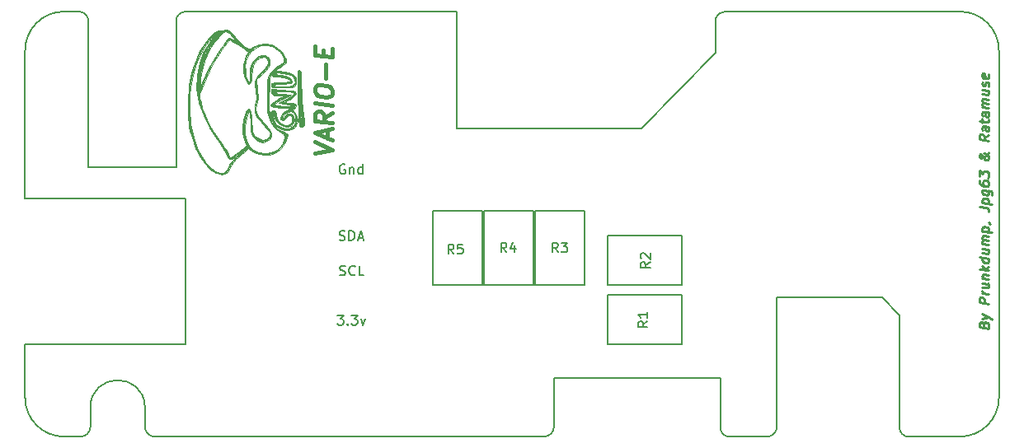
<source format=gto>
%TF.GenerationSoftware,KiCad,Pcbnew,(5.0.0)*%
%TF.CreationDate,2019-07-16T15:39:35+02:00*%
%TF.ProjectId,Gnu_Vario_E_V1.10,476E755F566172696F5F455F56312E31,V 1.10*%
%TF.SameCoordinates,Original*%
%TF.FileFunction,Legend,Top*%
%TF.FilePolarity,Positive*%
%FSLAX46Y46*%
G04 Gerber Fmt 4.6, Leading zero omitted, Abs format (unit mm)*
G04 Created by KiCad (PCBNEW (5.0.0)) date 07/16/19 15:39:35*
%MOMM*%
%LPD*%
G01*
G04 APERTURE LIST*
%ADD10C,0.250000*%
%ADD11C,0.150000*%
%ADD12C,0.450000*%
%ADD13C,0.010000*%
G04 APERTURE END LIST*
D10*
X183938571Y-98056919D02*
X183986190Y-97920014D01*
X184033809Y-97878348D01*
X184129047Y-97842633D01*
X184271904Y-97860491D01*
X184367142Y-97920014D01*
X184414761Y-97973586D01*
X184462380Y-98074776D01*
X184462380Y-98455729D01*
X183462380Y-98330729D01*
X183462380Y-97997395D01*
X183510000Y-97908110D01*
X183557619Y-97866443D01*
X183652857Y-97830729D01*
X183748095Y-97842633D01*
X183843333Y-97902157D01*
X183890952Y-97955729D01*
X183938571Y-98056919D01*
X183938571Y-98390252D01*
X183795714Y-97467633D02*
X184462380Y-97312872D01*
X183795714Y-96991443D02*
X184462380Y-97312872D01*
X184700476Y-97437872D01*
X184748095Y-97491443D01*
X184795714Y-97592633D01*
X184462380Y-95931919D02*
X183462380Y-95806919D01*
X183462380Y-95425967D01*
X183510000Y-95336681D01*
X183557619Y-95295014D01*
X183652857Y-95259300D01*
X183795714Y-95277157D01*
X183890952Y-95336681D01*
X183938571Y-95390252D01*
X183986190Y-95491443D01*
X183986190Y-95872395D01*
X184462380Y-94931919D02*
X183795714Y-94848586D01*
X183986190Y-94872395D02*
X183890952Y-94812872D01*
X183843333Y-94759300D01*
X183795714Y-94658110D01*
X183795714Y-94562872D01*
X183795714Y-93800967D02*
X184462380Y-93884300D01*
X183795714Y-94229538D02*
X184319523Y-94295014D01*
X184414761Y-94259300D01*
X184462380Y-94170014D01*
X184462380Y-94027157D01*
X184414761Y-93925967D01*
X184367142Y-93872395D01*
X183795714Y-93324776D02*
X184462380Y-93408110D01*
X183890952Y-93336681D02*
X183843333Y-93283110D01*
X183795714Y-93181919D01*
X183795714Y-93039062D01*
X183843333Y-92949776D01*
X183938571Y-92914062D01*
X184462380Y-92979538D01*
X184462380Y-92503348D02*
X183462380Y-92378348D01*
X184081428Y-92360491D02*
X184462380Y-92122395D01*
X183795714Y-92039062D02*
X184176666Y-92467633D01*
X184462380Y-91265252D02*
X183462380Y-91140252D01*
X184414761Y-91259300D02*
X184462380Y-91360491D01*
X184462380Y-91550967D01*
X184414761Y-91640252D01*
X184367142Y-91681919D01*
X184271904Y-91717633D01*
X183986190Y-91681919D01*
X183890952Y-91622395D01*
X183843333Y-91568824D01*
X183795714Y-91467633D01*
X183795714Y-91277157D01*
X183843333Y-91187872D01*
X183795714Y-90277157D02*
X184462380Y-90360491D01*
X183795714Y-90705729D02*
X184319523Y-90771205D01*
X184414761Y-90735491D01*
X184462380Y-90646205D01*
X184462380Y-90503348D01*
X184414761Y-90402157D01*
X184367142Y-90348586D01*
X184462380Y-89884300D02*
X183795714Y-89800967D01*
X183890952Y-89812872D02*
X183843333Y-89759300D01*
X183795714Y-89658110D01*
X183795714Y-89515252D01*
X183843333Y-89425967D01*
X183938571Y-89390252D01*
X184462380Y-89455729D01*
X183938571Y-89390252D02*
X183843333Y-89330729D01*
X183795714Y-89229538D01*
X183795714Y-89086681D01*
X183843333Y-88997395D01*
X183938571Y-88961681D01*
X184462380Y-89027157D01*
X183795714Y-88467633D02*
X184795714Y-88592633D01*
X183843333Y-88473586D02*
X183795714Y-88372395D01*
X183795714Y-88181919D01*
X183843333Y-88092633D01*
X183890952Y-88050967D01*
X183986190Y-88015252D01*
X184271904Y-88050967D01*
X184367142Y-88110491D01*
X184414761Y-88164062D01*
X184462380Y-88265252D01*
X184462380Y-88455729D01*
X184414761Y-88545014D01*
X184414761Y-87592633D02*
X184462380Y-87598586D01*
X184557619Y-87658110D01*
X184605238Y-87711681D01*
X183462380Y-85997395D02*
X184176666Y-86086681D01*
X184319523Y-86152157D01*
X184414761Y-86259300D01*
X184462380Y-86408110D01*
X184462380Y-86503348D01*
X183795714Y-85562872D02*
X184795714Y-85687872D01*
X183843333Y-85568824D02*
X183795714Y-85467633D01*
X183795714Y-85277157D01*
X183843333Y-85187872D01*
X183890952Y-85146205D01*
X183986190Y-85110491D01*
X184271904Y-85146205D01*
X184367142Y-85205729D01*
X184414761Y-85259300D01*
X184462380Y-85360491D01*
X184462380Y-85550967D01*
X184414761Y-85640252D01*
X183795714Y-84229538D02*
X184605238Y-84330729D01*
X184700476Y-84390252D01*
X184748095Y-84443824D01*
X184795714Y-84545014D01*
X184795714Y-84687872D01*
X184748095Y-84777157D01*
X184414761Y-84306919D02*
X184462380Y-84408110D01*
X184462380Y-84598586D01*
X184414761Y-84687872D01*
X184367142Y-84729538D01*
X184271904Y-84765252D01*
X183986190Y-84729538D01*
X183890952Y-84670014D01*
X183843333Y-84616443D01*
X183795714Y-84515252D01*
X183795714Y-84324776D01*
X183843333Y-84235491D01*
X183462380Y-83283110D02*
X183462380Y-83473586D01*
X183510000Y-83574776D01*
X183557619Y-83628348D01*
X183700476Y-83741443D01*
X183890952Y-83812872D01*
X184271904Y-83860491D01*
X184367142Y-83824776D01*
X184414761Y-83783110D01*
X184462380Y-83693824D01*
X184462380Y-83503348D01*
X184414761Y-83402157D01*
X184367142Y-83348586D01*
X184271904Y-83289062D01*
X184033809Y-83259300D01*
X183938571Y-83295014D01*
X183890952Y-83336681D01*
X183843333Y-83425967D01*
X183843333Y-83616443D01*
X183890952Y-83717633D01*
X183938571Y-83771205D01*
X184033809Y-83830729D01*
X183462380Y-82854538D02*
X183462380Y-82235491D01*
X183843333Y-82616443D01*
X183843333Y-82473586D01*
X183890952Y-82384300D01*
X183938571Y-82342633D01*
X184033809Y-82306919D01*
X184271904Y-82336681D01*
X184367142Y-82396205D01*
X184414761Y-82449776D01*
X184462380Y-82550967D01*
X184462380Y-82836681D01*
X184414761Y-82925967D01*
X184367142Y-82967633D01*
X184462380Y-80360491D02*
X184462380Y-80408110D01*
X184414761Y-80497395D01*
X184271904Y-80622395D01*
X183986190Y-80824776D01*
X183843333Y-80902157D01*
X183700476Y-80931919D01*
X183605238Y-80920014D01*
X183510000Y-80860491D01*
X183462380Y-80759300D01*
X183462380Y-80711681D01*
X183510000Y-80622395D01*
X183605238Y-80586681D01*
X183652857Y-80592633D01*
X183748095Y-80652157D01*
X183795714Y-80705729D01*
X183986190Y-81015252D01*
X184033809Y-81068824D01*
X184129047Y-81128348D01*
X184271904Y-81146205D01*
X184367142Y-81110491D01*
X184414761Y-81068824D01*
X184462380Y-80979538D01*
X184462380Y-80836681D01*
X184414761Y-80735491D01*
X184367142Y-80681919D01*
X184176666Y-80515252D01*
X184033809Y-80449776D01*
X183938571Y-80437872D01*
X184462380Y-78598586D02*
X183986190Y-78872395D01*
X184462380Y-79170014D02*
X183462380Y-79045014D01*
X183462380Y-78664062D01*
X183510000Y-78574776D01*
X183557619Y-78533110D01*
X183652857Y-78497395D01*
X183795714Y-78515252D01*
X183890952Y-78574776D01*
X183938571Y-78628348D01*
X183986190Y-78729538D01*
X183986190Y-79110491D01*
X184462380Y-77741443D02*
X183938571Y-77675967D01*
X183843333Y-77711681D01*
X183795714Y-77800967D01*
X183795714Y-77991443D01*
X183843333Y-78092633D01*
X184414761Y-77735491D02*
X184462380Y-77836681D01*
X184462380Y-78074776D01*
X184414761Y-78164062D01*
X184319523Y-78199776D01*
X184224285Y-78187872D01*
X184129047Y-78128348D01*
X184081428Y-78027157D01*
X184081428Y-77789062D01*
X184033809Y-77687872D01*
X183795714Y-77324776D02*
X183795714Y-76943824D01*
X183462380Y-77140252D02*
X184319523Y-77247395D01*
X184414761Y-77211681D01*
X184462380Y-77122395D01*
X184462380Y-77027157D01*
X184462380Y-76265252D02*
X183938571Y-76199776D01*
X183843333Y-76235491D01*
X183795714Y-76324776D01*
X183795714Y-76515252D01*
X183843333Y-76616443D01*
X184414761Y-76259300D02*
X184462380Y-76360491D01*
X184462380Y-76598586D01*
X184414761Y-76687872D01*
X184319523Y-76723586D01*
X184224285Y-76711681D01*
X184129047Y-76652157D01*
X184081428Y-76550967D01*
X184081428Y-76312872D01*
X184033809Y-76211681D01*
X184462380Y-75789062D02*
X183795714Y-75705729D01*
X183890952Y-75717633D02*
X183843333Y-75664062D01*
X183795714Y-75562872D01*
X183795714Y-75420014D01*
X183843333Y-75330729D01*
X183938571Y-75295014D01*
X184462380Y-75360491D01*
X183938571Y-75295014D02*
X183843333Y-75235491D01*
X183795714Y-75134300D01*
X183795714Y-74991443D01*
X183843333Y-74902157D01*
X183938571Y-74866443D01*
X184462380Y-74931919D01*
X183795714Y-73943824D02*
X184462380Y-74027157D01*
X183795714Y-74372395D02*
X184319523Y-74437872D01*
X184414761Y-74402157D01*
X184462380Y-74312872D01*
X184462380Y-74170014D01*
X184414761Y-74068824D01*
X184367142Y-74015252D01*
X184414761Y-73592633D02*
X184462380Y-73503348D01*
X184462380Y-73312872D01*
X184414761Y-73211681D01*
X184319523Y-73152157D01*
X184271904Y-73146205D01*
X184176666Y-73181919D01*
X184129047Y-73271205D01*
X184129047Y-73414062D01*
X184081428Y-73503348D01*
X183986190Y-73539062D01*
X183938571Y-73533110D01*
X183843333Y-73473586D01*
X183795714Y-73372395D01*
X183795714Y-73229538D01*
X183843333Y-73140252D01*
X184414761Y-72354538D02*
X184462380Y-72455729D01*
X184462380Y-72646205D01*
X184414761Y-72735491D01*
X184319523Y-72771205D01*
X183938571Y-72723586D01*
X183843333Y-72664062D01*
X183795714Y-72562872D01*
X183795714Y-72372395D01*
X183843333Y-72283110D01*
X183938571Y-72247395D01*
X184033809Y-72259300D01*
X184129047Y-72747395D01*
D11*
X162700000Y-95300000D02*
X173500000Y-95300000D01*
X162700000Y-108600000D02*
G75*
G02X161700000Y-109600000I-1000000J0D01*
G01*
X176200000Y-109600000D02*
G75*
G02X175300000Y-108700000I0J900000D01*
G01*
X175300000Y-97100000D02*
X175300000Y-108700000D01*
X173500000Y-95300000D02*
X175300000Y-97100000D01*
X162700000Y-95300000D02*
X162700000Y-108600000D01*
X157800000Y-109600000D02*
G75*
G02X156900000Y-108700000I0J900000D01*
G01*
X85500000Y-69900000D02*
X85500000Y-85100000D01*
X102000000Y-100100000D02*
X85500000Y-100100000D01*
X102000000Y-85100000D02*
X102000000Y-100100000D01*
X101000000Y-85100000D02*
X102000000Y-85100000D01*
X101000000Y-85100000D02*
X85500000Y-85100000D01*
X148800000Y-77900000D02*
X156400000Y-70100000D01*
X129800000Y-77900000D02*
X148800000Y-77900000D01*
X129800000Y-65900000D02*
X129800000Y-77900000D01*
X157800000Y-109600000D02*
X161700000Y-109600000D01*
X175700000Y-65900000D02*
X162400000Y-65900000D01*
X162400000Y-65900000D02*
X157400000Y-65900000D01*
X156402857Y-66600886D02*
G75*
G02X157400000Y-65900000I952331J-295115D01*
G01*
X156400000Y-66600000D02*
X156400000Y-70100000D01*
X98800000Y-109600000D02*
G75*
G02X97800000Y-108600000I0J1000000D01*
G01*
X92198215Y-108600000D02*
G75*
G02X91198215Y-109600000I-1000000J0D01*
G01*
X92198215Y-106600000D02*
G75*
G02X97800000Y-106500000I2801785J0D01*
G01*
X97800000Y-108600000D02*
X97800000Y-106500000D01*
X92200000Y-108600000D02*
X92198215Y-106600000D01*
X139800000Y-108600000D02*
G75*
G02X138800000Y-109600000I-1000000J0D01*
G01*
X101000000Y-66900000D02*
G75*
G02X102000000Y-65900000I1000000J0D01*
G01*
X91000000Y-65900000D02*
G75*
G02X92000000Y-66900000I0J-1000000D01*
G01*
X85500000Y-69900000D02*
G75*
G02X89500000Y-65900000I4000000J0D01*
G01*
X89500000Y-109600000D02*
G75*
G02X85500000Y-105600000I0J4000000D01*
G01*
X185500000Y-105600000D02*
G75*
G02X181500000Y-109600000I-4000000J0D01*
G01*
X181500000Y-65900000D02*
G75*
G02X185500000Y-69900000I0J-4000000D01*
G01*
X156900000Y-103600000D02*
X139800000Y-103600000D01*
X139800000Y-103600000D02*
X139800000Y-108600000D01*
X156900000Y-108700000D02*
X156900000Y-103600000D01*
X138800000Y-109600000D02*
X98800000Y-109600000D01*
X181500000Y-109600000D02*
X176200000Y-109600000D01*
X185500000Y-69900000D02*
X185500000Y-105600000D01*
X175700000Y-65900000D02*
X181500000Y-65900000D01*
X102000000Y-65900000D02*
X129800000Y-65900000D01*
X101000000Y-81900000D02*
X101000000Y-66900000D01*
X92000000Y-81900000D02*
X101000000Y-81900000D01*
X92000000Y-66900000D02*
X92000000Y-81900000D01*
X89500000Y-65900000D02*
X91000000Y-65900000D01*
X85500000Y-105600000D02*
X85500000Y-100100000D01*
X91200000Y-109600000D02*
X89500000Y-109600000D01*
D12*
X115234285Y-80461026D02*
X117034285Y-80086026D01*
X115234285Y-79261026D01*
X116520000Y-78907455D02*
X116520000Y-78050312D01*
X117034285Y-79143169D02*
X115234285Y-78318169D01*
X117034285Y-77943169D01*
X117034285Y-76314598D02*
X116177142Y-76807455D01*
X117034285Y-77343169D02*
X115234285Y-77118169D01*
X115234285Y-76432455D01*
X115320000Y-76271741D01*
X115405714Y-76196741D01*
X115577142Y-76132455D01*
X115834285Y-76164598D01*
X116005714Y-76271741D01*
X116091428Y-76368169D01*
X116177142Y-76550312D01*
X116177142Y-77236026D01*
X117034285Y-75543169D02*
X115234285Y-75318169D01*
X115234285Y-74118169D02*
X115234285Y-73775312D01*
X115320000Y-73614598D01*
X115491428Y-73464598D01*
X115834285Y-73421741D01*
X116434285Y-73496741D01*
X116777142Y-73625312D01*
X116948571Y-73818169D01*
X117034285Y-74000312D01*
X117034285Y-74343169D01*
X116948571Y-74503883D01*
X116777142Y-74653883D01*
X116434285Y-74696741D01*
X115834285Y-74621741D01*
X115491428Y-74493169D01*
X115320000Y-74300312D01*
X115234285Y-74118169D01*
X116348571Y-72714598D02*
X116348571Y-71343169D01*
X116091428Y-70453883D02*
X116091428Y-69853883D01*
X117034285Y-69714598D02*
X117034285Y-70571741D01*
X115234285Y-70346741D01*
X115234285Y-69489598D01*
D13*
G36*
X102259254Y-74695363D02*
X102278675Y-74055600D01*
X102317141Y-73541661D01*
X102381149Y-73089490D01*
X102477193Y-72635038D01*
X102590089Y-72194574D01*
X102965281Y-71037326D01*
X103431459Y-69992345D01*
X103964893Y-69104534D01*
X104541856Y-68418797D01*
X104627488Y-68339014D01*
X105058375Y-67989511D01*
X105366879Y-67831457D01*
X105521935Y-67826288D01*
X105841820Y-67822942D01*
X106011761Y-67764213D01*
X106144820Y-67731427D01*
X106306856Y-67791657D01*
X106535295Y-67972386D01*
X106867565Y-68301095D01*
X107150966Y-68600723D01*
X107642671Y-69118760D01*
X108004029Y-69466608D01*
X108272942Y-69664361D01*
X108487314Y-69732115D01*
X108685048Y-69689962D01*
X108904047Y-69557999D01*
X108926576Y-69542061D01*
X109529698Y-69255077D01*
X110178253Y-69183643D01*
X110821785Y-69308099D01*
X111409843Y-69608788D01*
X111891972Y-70066053D01*
X112217718Y-70660236D01*
X112273431Y-70846050D01*
X112298370Y-71055413D01*
X112216287Y-71219544D01*
X111980849Y-71399971D01*
X111751887Y-71538606D01*
X111146112Y-71893614D01*
X112011259Y-72053288D01*
X112641768Y-72205722D01*
X113052798Y-72402608D01*
X113278160Y-72669428D01*
X113351666Y-73031663D01*
X113352000Y-73063716D01*
X113308357Y-73366855D01*
X113153253Y-73568258D01*
X112850420Y-73683219D01*
X112363595Y-73727033D01*
X111953423Y-73722224D01*
X111953423Y-73620000D01*
X112598268Y-73571245D01*
X113020243Y-73428447D01*
X113214000Y-73196814D01*
X113174194Y-72881548D01*
X112996814Y-72604343D01*
X112796358Y-72432891D01*
X112487636Y-72320419D01*
X112002595Y-72243608D01*
X111917314Y-72234431D01*
X111450595Y-72203576D01*
X111163153Y-72216638D01*
X111072615Y-72261132D01*
X111196612Y-72324571D01*
X111552774Y-72394468D01*
X111669250Y-72410129D01*
X112291692Y-72536305D01*
X112707452Y-72727675D01*
X112897388Y-72974295D01*
X112907500Y-73053370D01*
X112882082Y-73180220D01*
X112771641Y-73259171D01*
X112524895Y-73305078D01*
X112090562Y-73332794D01*
X111919102Y-73339667D01*
X111373165Y-73381205D01*
X111076508Y-73445010D01*
X111027234Y-73515588D01*
X111223447Y-73577444D01*
X111663249Y-73615083D01*
X111953423Y-73620000D01*
X111953423Y-73722224D01*
X111795038Y-73720367D01*
X111278915Y-73696652D01*
X110966625Y-73660933D01*
X110808009Y-73599270D01*
X110752908Y-73497722D01*
X110748500Y-73429500D01*
X110770996Y-73299633D01*
X110873578Y-73223435D01*
X111108881Y-73186869D01*
X111529543Y-73175899D01*
X111701000Y-73175500D01*
X112164702Y-73159781D01*
X112518216Y-73118234D01*
X112695150Y-73059276D01*
X112702750Y-73048500D01*
X112647581Y-72889758D01*
X112393693Y-72749787D01*
X111996365Y-72648578D01*
X111510874Y-72606120D01*
X111478750Y-72605873D01*
X111025973Y-72574876D01*
X110818322Y-72485377D01*
X110803949Y-72445250D01*
X110761318Y-72414340D01*
X110693085Y-72540500D01*
X110645157Y-72780111D01*
X110602418Y-73213385D01*
X110567467Y-73780003D01*
X110542905Y-74419641D01*
X110531333Y-75071978D01*
X110535351Y-75676691D01*
X110545259Y-75969500D01*
X110568667Y-76327886D01*
X110603948Y-76463635D01*
X110666586Y-76408083D01*
X110715293Y-76313617D01*
X110902919Y-76083936D01*
X111095787Y-76083590D01*
X111245574Y-76293627D01*
X111297715Y-76542041D01*
X111444647Y-77038179D01*
X111753000Y-77390023D01*
X112178285Y-77551562D01*
X112279087Y-77557000D01*
X112688024Y-77472908D01*
X112909776Y-77236670D01*
X112922237Y-76872348D01*
X112919262Y-76860150D01*
X112772818Y-76599289D01*
X112562715Y-76565249D01*
X112352776Y-76765158D01*
X112336000Y-76795000D01*
X112156442Y-76975269D01*
X111928806Y-77045448D01*
X111748314Y-76993449D01*
X111701000Y-76875628D01*
X111784317Y-76632920D01*
X111983031Y-76350656D01*
X112220279Y-76120349D01*
X112408717Y-76033000D01*
X112571723Y-75961409D01*
X112590000Y-75906000D01*
X112472627Y-75840712D01*
X112380308Y-75827470D01*
X112380308Y-75634771D01*
X112746774Y-75633970D01*
X112996244Y-75613729D01*
X113060962Y-75572636D01*
X113060574Y-75572242D01*
X112900016Y-75515701D01*
X112567278Y-75452006D01*
X112245657Y-75408426D01*
X111510500Y-75324370D01*
X112209000Y-74965127D01*
X112769035Y-74660707D01*
X113090972Y-74437381D01*
X113171840Y-74283801D01*
X113008667Y-74188618D01*
X112598483Y-74140485D01*
X111989838Y-74128000D01*
X111418990Y-74140529D01*
X111095190Y-74174273D01*
X111019978Y-74223470D01*
X111194890Y-74282359D01*
X111621465Y-74345176D01*
X111923706Y-74375725D01*
X112780500Y-74453203D01*
X111828000Y-74950278D01*
X111371264Y-75191754D01*
X111113963Y-75344237D01*
X111029606Y-75434814D01*
X111091704Y-75490572D01*
X111256500Y-75534651D01*
X111567415Y-75583700D01*
X111964603Y-75617544D01*
X112380308Y-75634771D01*
X112380308Y-75827470D01*
X112158447Y-75795646D01*
X111708495Y-75779000D01*
X111132445Y-75743669D01*
X110800244Y-75641899D01*
X110712388Y-75480029D01*
X110869375Y-75264397D01*
X111271703Y-75001340D01*
X111633419Y-74822303D01*
X112272500Y-74529811D01*
X111542250Y-74519406D01*
X111131036Y-74506173D01*
X110912880Y-74462751D01*
X110826849Y-74360984D01*
X110812000Y-74181966D01*
X110812000Y-73854932D01*
X111986750Y-73942642D01*
X112513802Y-73991736D01*
X112944912Y-74050033D01*
X113216989Y-74108144D01*
X113273613Y-74134140D01*
X113341363Y-74335372D01*
X113180019Y-74576433D01*
X112806949Y-74835719D01*
X112640750Y-74921399D01*
X112048260Y-75207500D01*
X112667277Y-75271000D01*
X113071070Y-75338465D01*
X113276091Y-75450041D01*
X113330193Y-75565752D01*
X113267338Y-75787825D01*
X113125363Y-75862047D01*
X112970315Y-75919305D01*
X112979216Y-76013597D01*
X113161692Y-76212132D01*
X113177817Y-76228273D01*
X113424495Y-76639849D01*
X113467135Y-77124808D01*
X113303700Y-77602543D01*
X113215782Y-77730373D01*
X112859989Y-77993186D01*
X112386438Y-78089258D01*
X112182496Y-78061578D01*
X112182496Y-77915332D01*
X112652700Y-77879310D01*
X112905040Y-77760791D01*
X113119567Y-77565066D01*
X113211059Y-77290834D01*
X113225000Y-77007973D01*
X113191301Y-76634591D01*
X113107088Y-76361011D01*
X113072600Y-76312400D01*
X112786882Y-76181358D01*
X112448526Y-76221859D01*
X112147341Y-76395958D01*
X111973137Y-76665714D01*
X111958861Y-76782934D01*
X111979679Y-76909714D01*
X112061192Y-76815511D01*
X112091300Y-76764808D01*
X112309139Y-76523015D01*
X112476557Y-76406745D01*
X112755327Y-76355361D01*
X112964296Y-76489539D01*
X113087619Y-76746638D01*
X113109452Y-77064017D01*
X113013951Y-77379036D01*
X112785661Y-77628797D01*
X112366029Y-77770289D01*
X111931598Y-77697549D01*
X111533310Y-77441689D01*
X111222109Y-77033823D01*
X111061061Y-76575512D01*
X110968209Y-76096500D01*
X110953604Y-76570747D01*
X111047395Y-77059672D01*
X111322022Y-77470252D01*
X111719662Y-77767226D01*
X112182496Y-77915332D01*
X112182496Y-78061578D01*
X111868636Y-78018978D01*
X111380095Y-77782735D01*
X111297994Y-77720221D01*
X111056655Y-77528519D01*
X110991491Y-77497129D01*
X111085594Y-77621328D01*
X111129500Y-77673178D01*
X111407390Y-77910689D01*
X111793822Y-78143127D01*
X111923250Y-78203945D01*
X112244297Y-78374950D01*
X112436904Y-78540113D01*
X112461759Y-78600237D01*
X112410294Y-78798966D01*
X112278920Y-79139465D01*
X112153476Y-79422967D01*
X111794544Y-79979567D01*
X111293309Y-80371751D01*
X110605180Y-80633157D01*
X110521491Y-80654093D01*
X110149607Y-80667146D01*
X110149607Y-80476872D01*
X110779313Y-80380339D01*
X111345068Y-80119975D01*
X111785951Y-79709903D01*
X111954076Y-79423564D01*
X112131302Y-78975378D01*
X112165495Y-78681327D01*
X112040308Y-78475394D01*
X111739393Y-78291563D01*
X111664830Y-78255500D01*
X111095304Y-77856122D01*
X110875500Y-77540033D01*
X110875500Y-77303000D01*
X110939000Y-77239500D01*
X110875500Y-77176000D01*
X110812000Y-77239500D01*
X110875500Y-77303000D01*
X110875500Y-77540033D01*
X110748500Y-77357401D01*
X110748500Y-77049000D01*
X110812000Y-76985500D01*
X110748500Y-76922000D01*
X110685000Y-76985500D01*
X110748500Y-77049000D01*
X110748500Y-77357401D01*
X110688770Y-77271506D01*
X110439945Y-76501417D01*
X110379481Y-76172446D01*
X110339219Y-75856097D01*
X110317147Y-75497947D01*
X110311255Y-75043574D01*
X110319529Y-74438556D01*
X110337309Y-73724564D01*
X110390975Y-73022483D01*
X110532939Y-72483528D01*
X110800670Y-72048949D01*
X111231636Y-71659998D01*
X111863305Y-71257926D01*
X111937458Y-71215582D01*
X112050881Y-71021511D01*
X112017058Y-70704315D01*
X111856212Y-70331840D01*
X111588567Y-69971934D01*
X111557148Y-69939687D01*
X111007862Y-69548108D01*
X110400960Y-69374147D01*
X109782411Y-69403502D01*
X109198182Y-69621873D01*
X108694244Y-70014960D01*
X108316563Y-70568460D01*
X108163551Y-70995439D01*
X108106216Y-71446253D01*
X108115887Y-71984481D01*
X108183376Y-72507556D01*
X108299495Y-72912911D01*
X108342850Y-72996895D01*
X108465200Y-73093419D01*
X108553668Y-72982850D01*
X108590023Y-72711615D01*
X108570359Y-72417527D01*
X108580608Y-71862505D01*
X108740577Y-71341419D01*
X109014448Y-70894719D01*
X109366402Y-70562857D01*
X109760621Y-70386284D01*
X110161285Y-70405452D01*
X110297786Y-70466673D01*
X110519538Y-70647259D01*
X110602225Y-70908088D01*
X110605513Y-71136667D01*
X110568455Y-71426936D01*
X110449935Y-71679308D01*
X110206042Y-71964503D01*
X109924734Y-72233013D01*
X109259941Y-72844189D01*
X109347485Y-73962345D01*
X109379618Y-74703976D01*
X109345496Y-75238403D01*
X109292769Y-75451813D01*
X109205633Y-75865119D01*
X109281106Y-76282653D01*
X109535889Y-76746199D01*
X109986683Y-77297542D01*
X110064130Y-77381690D01*
X110522432Y-77926553D01*
X110768482Y-78360492D01*
X110805844Y-78706521D01*
X110638083Y-78987651D01*
X110344099Y-79188988D01*
X109916634Y-79323682D01*
X109518643Y-79237413D01*
X109100663Y-78918954D01*
X109084800Y-78903201D01*
X108860785Y-78662826D01*
X108730764Y-78446768D01*
X108668310Y-78173163D01*
X108646996Y-77760150D01*
X108644073Y-77537951D01*
X108626203Y-77041398D01*
X108587669Y-76618950D01*
X108536612Y-76358199D01*
X108533687Y-76350500D01*
X108464560Y-76246621D01*
X108388430Y-76318140D01*
X108284385Y-76594591D01*
X108225113Y-76786301D01*
X108054310Y-77659006D01*
X108066644Y-78481502D01*
X108253109Y-79211883D01*
X108604699Y-79808244D01*
X108942024Y-80121940D01*
X109516870Y-80395447D01*
X110149607Y-80476872D01*
X110149607Y-80667146D01*
X110070420Y-80669926D01*
X109525414Y-80558747D01*
X108994008Y-80348226D01*
X108740365Y-80195778D01*
X108380902Y-79939818D01*
X108040701Y-80251605D01*
X107743195Y-80522546D01*
X107368299Y-80861763D01*
X107175223Y-81035705D01*
X106863567Y-81368395D01*
X106640663Y-81703199D01*
X106578209Y-81866702D01*
X106387566Y-82318982D01*
X106036259Y-82574546D01*
X105642668Y-82637000D01*
X105504941Y-82607013D01*
X105504941Y-82502837D01*
X105894060Y-82475895D01*
X106201726Y-82247167D01*
X106374131Y-81906808D01*
X106576507Y-81511987D01*
X106882370Y-81138152D01*
X106955499Y-81072004D01*
X107248283Y-80809794D01*
X107368117Y-80667769D01*
X107310655Y-80662361D01*
X107071548Y-80810006D01*
X107014144Y-80850353D01*
X106677211Y-81058640D01*
X106562990Y-81073488D01*
X106562990Y-80963007D01*
X107398220Y-80340798D01*
X108233451Y-79718588D01*
X107988272Y-78992342D01*
X107837053Y-78378988D01*
X107818044Y-77767051D01*
X107934734Y-77077848D01*
X108098398Y-76509250D01*
X108269206Y-76098941D01*
X108430603Y-75930172D01*
X108572473Y-75990487D01*
X108684695Y-76267427D01*
X108757151Y-76748535D01*
X108780000Y-77348407D01*
X108790601Y-77862535D01*
X108835560Y-78203608D01*
X108934606Y-78452151D01*
X109107471Y-78688690D01*
X109108789Y-78690256D01*
X109477454Y-78978903D01*
X109901387Y-79089941D01*
X110301016Y-79012318D01*
X110485428Y-78881429D01*
X110637935Y-78674040D01*
X110653319Y-78453919D01*
X110515339Y-78177169D01*
X110207756Y-77799892D01*
X110003731Y-77579322D01*
X109655639Y-77195307D01*
X109365720Y-76847078D01*
X109190181Y-76602603D01*
X109178231Y-76581100D01*
X109048708Y-76104520D01*
X109073955Y-75559643D01*
X109181352Y-75213549D01*
X109254407Y-74950825D01*
X109254959Y-74594176D01*
X109182432Y-74072450D01*
X109171587Y-74010970D01*
X109092553Y-73460942D01*
X109106131Y-73055803D01*
X109240492Y-72716538D01*
X109523808Y-72364130D01*
X109884026Y-72012740D01*
X110206393Y-71688762D01*
X110369524Y-71443244D01*
X110415484Y-71199748D01*
X110408190Y-71060240D01*
X110338071Y-70751284D01*
X110170313Y-70615593D01*
X110062796Y-70592434D01*
X109602689Y-70640755D01*
X109226120Y-70907258D01*
X108952901Y-71364249D01*
X108802849Y-71984031D01*
X108780000Y-72385393D01*
X108742192Y-72858766D01*
X108641226Y-73178977D01*
X108495782Y-73313481D01*
X108324545Y-73229737D01*
X108307276Y-73208817D01*
X108058671Y-72720155D01*
X107925928Y-72093815D01*
X107914596Y-71420912D01*
X108030221Y-70792562D01*
X108143079Y-70512267D01*
X108289292Y-70209922D01*
X108363579Y-70024982D01*
X108365329Y-70000283D01*
X108254460Y-69925329D01*
X107985445Y-69741166D01*
X107609278Y-69482728D01*
X107472165Y-69388370D01*
X107063966Y-69114777D01*
X106736048Y-68908799D01*
X106543428Y-68804526D01*
X106519665Y-68798187D01*
X106411095Y-68895973D01*
X106191759Y-69155533D01*
X105898498Y-69531936D01*
X105703548Y-69793581D01*
X104783351Y-71228139D01*
X104058058Y-72742023D01*
X103822942Y-73378046D01*
X103666828Y-73801129D01*
X103523304Y-74121566D01*
X103464558Y-74209355D01*
X103464558Y-73810500D01*
X103698460Y-73152826D01*
X104397440Y-71545263D01*
X105323936Y-70025558D01*
X105497215Y-69784559D01*
X105831100Y-69332544D01*
X106114048Y-68954161D01*
X106309186Y-68698458D01*
X106372953Y-68619635D01*
X106529322Y-68616000D01*
X106797584Y-68742196D01*
X106896965Y-68807695D01*
X107319500Y-69106621D01*
X106811500Y-68509975D01*
X106514694Y-68193689D01*
X106257682Y-67975765D01*
X106119471Y-67909165D01*
X105898068Y-68007456D01*
X105588629Y-68278364D01*
X105387403Y-68501143D01*
X105387403Y-68138529D01*
X105458377Y-68107628D01*
X105594717Y-67979752D01*
X105566749Y-67906237D01*
X105548995Y-67905000D01*
X105441576Y-67995206D01*
X105402372Y-68051623D01*
X105387403Y-68138529D01*
X105387403Y-68501143D01*
X105230558Y-68674788D01*
X104863259Y-69149629D01*
X104752403Y-69316068D01*
X104752403Y-68900529D01*
X104823377Y-68869628D01*
X104959717Y-68741752D01*
X104931749Y-68668237D01*
X104913995Y-68667000D01*
X104806576Y-68757206D01*
X104767372Y-68813623D01*
X104752403Y-68900529D01*
X104752403Y-69316068D01*
X104526134Y-69655788D01*
X104371403Y-69937098D01*
X104371403Y-69408529D01*
X104442377Y-69377628D01*
X104578717Y-69249752D01*
X104550749Y-69176237D01*
X104532995Y-69175000D01*
X104425576Y-69265206D01*
X104386372Y-69321623D01*
X104371403Y-69408529D01*
X104371403Y-69937098D01*
X104272532Y-70116852D01*
X104271500Y-70119350D01*
X104271500Y-69683000D01*
X104335000Y-69619500D01*
X104271500Y-69556000D01*
X104208000Y-69619500D01*
X104271500Y-69683000D01*
X104271500Y-70119350D01*
X104144500Y-70426771D01*
X104144500Y-69937000D01*
X104208000Y-69873500D01*
X104144500Y-69810000D01*
X104081000Y-69873500D01*
X104144500Y-69937000D01*
X104144500Y-70426771D01*
X104017500Y-70734192D01*
X104017500Y-70191000D01*
X104081000Y-70127500D01*
X104017500Y-70064000D01*
X103954000Y-70127500D01*
X104017500Y-70191000D01*
X104017500Y-70734192D01*
X103899571Y-71019656D01*
X103890500Y-71050403D01*
X103890500Y-70445000D01*
X103954000Y-70381500D01*
X103890500Y-70318000D01*
X103827000Y-70381500D01*
X103890500Y-70445000D01*
X103890500Y-71050403D01*
X103742333Y-71552640D01*
X103742333Y-70783667D01*
X103817834Y-70766234D01*
X103827000Y-70699000D01*
X103780532Y-70594465D01*
X103742333Y-70614334D01*
X103727133Y-70765053D01*
X103742333Y-70783667D01*
X103742333Y-71552640D01*
X103636500Y-71911379D01*
X103636500Y-71080000D01*
X103700000Y-71016500D01*
X103636500Y-70953000D01*
X103573000Y-71016500D01*
X103636500Y-71080000D01*
X103636500Y-71911379D01*
X103627565Y-71941666D01*
X103488333Y-72742195D01*
X103488333Y-71545667D01*
X103563834Y-71528234D01*
X103573000Y-71461000D01*
X103526532Y-71356465D01*
X103488333Y-71376334D01*
X103473133Y-71527053D01*
X103488333Y-71545667D01*
X103488333Y-72742195D01*
X103478518Y-72798628D01*
X103457156Y-73239000D01*
X103464558Y-73810500D01*
X103464558Y-74209355D01*
X103425561Y-74267632D01*
X103389144Y-74426761D01*
X103430502Y-74771236D01*
X103537359Y-75248905D01*
X103697439Y-75807612D01*
X103898465Y-76395206D01*
X103970993Y-76584776D01*
X104338467Y-77373500D01*
X104842086Y-78248245D01*
X105430819Y-79123332D01*
X105684703Y-79462000D01*
X105990456Y-79883190D01*
X106250436Y-80288656D01*
X106394701Y-80561754D01*
X106562990Y-80963007D01*
X106562990Y-81073488D01*
X106472811Y-81085211D01*
X106353582Y-80927664D01*
X106319777Y-80815141D01*
X106215061Y-80593520D01*
X105990352Y-80227117D01*
X105681460Y-79771754D01*
X105411518Y-79399297D01*
X104487756Y-78000168D01*
X103795349Y-76597583D01*
X103361333Y-75279471D01*
X103361333Y-72053667D01*
X103436834Y-72036234D01*
X103446000Y-71969000D01*
X103399532Y-71864465D01*
X103361333Y-71884334D01*
X103346133Y-72035053D01*
X103361333Y-72053667D01*
X103361333Y-75279471D01*
X103336506Y-75204071D01*
X103113438Y-73832162D01*
X103128353Y-72494388D01*
X103383462Y-71203278D01*
X103783481Y-70167125D01*
X104065504Y-69629450D01*
X104384834Y-69096591D01*
X104674105Y-68680683D01*
X104683865Y-68668358D01*
X105140519Y-68095500D01*
X104615251Y-68593138D01*
X104052022Y-69267019D01*
X103544995Y-70150771D01*
X103109682Y-71203548D01*
X102761591Y-72384503D01*
X102516233Y-73652787D01*
X102433955Y-74337891D01*
X102378715Y-75898111D01*
X102505636Y-77407449D01*
X102806930Y-78823983D01*
X103274804Y-80105786D01*
X103633870Y-80795500D01*
X104098833Y-81474325D01*
X104582330Y-81991915D01*
X105059365Y-82338131D01*
X105504941Y-82502837D01*
X105504941Y-82607013D01*
X105077475Y-82513940D01*
X104513212Y-82159489D01*
X103966964Y-81595743D01*
X103455818Y-80844797D01*
X102996860Y-79928745D01*
X102607177Y-78869684D01*
X102530316Y-78612284D01*
X102419640Y-78191549D01*
X102341792Y-77790198D01*
X102291519Y-77349897D01*
X102263571Y-76812314D01*
X102252696Y-76119114D01*
X102252386Y-75525000D01*
X102259254Y-74695363D01*
X102259254Y-74695363D01*
G37*
X102259254Y-74695363D02*
X102278675Y-74055600D01*
X102317141Y-73541661D01*
X102381149Y-73089490D01*
X102477193Y-72635038D01*
X102590089Y-72194574D01*
X102965281Y-71037326D01*
X103431459Y-69992345D01*
X103964893Y-69104534D01*
X104541856Y-68418797D01*
X104627488Y-68339014D01*
X105058375Y-67989511D01*
X105366879Y-67831457D01*
X105521935Y-67826288D01*
X105841820Y-67822942D01*
X106011761Y-67764213D01*
X106144820Y-67731427D01*
X106306856Y-67791657D01*
X106535295Y-67972386D01*
X106867565Y-68301095D01*
X107150966Y-68600723D01*
X107642671Y-69118760D01*
X108004029Y-69466608D01*
X108272942Y-69664361D01*
X108487314Y-69732115D01*
X108685048Y-69689962D01*
X108904047Y-69557999D01*
X108926576Y-69542061D01*
X109529698Y-69255077D01*
X110178253Y-69183643D01*
X110821785Y-69308099D01*
X111409843Y-69608788D01*
X111891972Y-70066053D01*
X112217718Y-70660236D01*
X112273431Y-70846050D01*
X112298370Y-71055413D01*
X112216287Y-71219544D01*
X111980849Y-71399971D01*
X111751887Y-71538606D01*
X111146112Y-71893614D01*
X112011259Y-72053288D01*
X112641768Y-72205722D01*
X113052798Y-72402608D01*
X113278160Y-72669428D01*
X113351666Y-73031663D01*
X113352000Y-73063716D01*
X113308357Y-73366855D01*
X113153253Y-73568258D01*
X112850420Y-73683219D01*
X112363595Y-73727033D01*
X111953423Y-73722224D01*
X111953423Y-73620000D01*
X112598268Y-73571245D01*
X113020243Y-73428447D01*
X113214000Y-73196814D01*
X113174194Y-72881548D01*
X112996814Y-72604343D01*
X112796358Y-72432891D01*
X112487636Y-72320419D01*
X112002595Y-72243608D01*
X111917314Y-72234431D01*
X111450595Y-72203576D01*
X111163153Y-72216638D01*
X111072615Y-72261132D01*
X111196612Y-72324571D01*
X111552774Y-72394468D01*
X111669250Y-72410129D01*
X112291692Y-72536305D01*
X112707452Y-72727675D01*
X112897388Y-72974295D01*
X112907500Y-73053370D01*
X112882082Y-73180220D01*
X112771641Y-73259171D01*
X112524895Y-73305078D01*
X112090562Y-73332794D01*
X111919102Y-73339667D01*
X111373165Y-73381205D01*
X111076508Y-73445010D01*
X111027234Y-73515588D01*
X111223447Y-73577444D01*
X111663249Y-73615083D01*
X111953423Y-73620000D01*
X111953423Y-73722224D01*
X111795038Y-73720367D01*
X111278915Y-73696652D01*
X110966625Y-73660933D01*
X110808009Y-73599270D01*
X110752908Y-73497722D01*
X110748500Y-73429500D01*
X110770996Y-73299633D01*
X110873578Y-73223435D01*
X111108881Y-73186869D01*
X111529543Y-73175899D01*
X111701000Y-73175500D01*
X112164702Y-73159781D01*
X112518216Y-73118234D01*
X112695150Y-73059276D01*
X112702750Y-73048500D01*
X112647581Y-72889758D01*
X112393693Y-72749787D01*
X111996365Y-72648578D01*
X111510874Y-72606120D01*
X111478750Y-72605873D01*
X111025973Y-72574876D01*
X110818322Y-72485377D01*
X110803949Y-72445250D01*
X110761318Y-72414340D01*
X110693085Y-72540500D01*
X110645157Y-72780111D01*
X110602418Y-73213385D01*
X110567467Y-73780003D01*
X110542905Y-74419641D01*
X110531333Y-75071978D01*
X110535351Y-75676691D01*
X110545259Y-75969500D01*
X110568667Y-76327886D01*
X110603948Y-76463635D01*
X110666586Y-76408083D01*
X110715293Y-76313617D01*
X110902919Y-76083936D01*
X111095787Y-76083590D01*
X111245574Y-76293627D01*
X111297715Y-76542041D01*
X111444647Y-77038179D01*
X111753000Y-77390023D01*
X112178285Y-77551562D01*
X112279087Y-77557000D01*
X112688024Y-77472908D01*
X112909776Y-77236670D01*
X112922237Y-76872348D01*
X112919262Y-76860150D01*
X112772818Y-76599289D01*
X112562715Y-76565249D01*
X112352776Y-76765158D01*
X112336000Y-76795000D01*
X112156442Y-76975269D01*
X111928806Y-77045448D01*
X111748314Y-76993449D01*
X111701000Y-76875628D01*
X111784317Y-76632920D01*
X111983031Y-76350656D01*
X112220279Y-76120349D01*
X112408717Y-76033000D01*
X112571723Y-75961409D01*
X112590000Y-75906000D01*
X112472627Y-75840712D01*
X112380308Y-75827470D01*
X112380308Y-75634771D01*
X112746774Y-75633970D01*
X112996244Y-75613729D01*
X113060962Y-75572636D01*
X113060574Y-75572242D01*
X112900016Y-75515701D01*
X112567278Y-75452006D01*
X112245657Y-75408426D01*
X111510500Y-75324370D01*
X112209000Y-74965127D01*
X112769035Y-74660707D01*
X113090972Y-74437381D01*
X113171840Y-74283801D01*
X113008667Y-74188618D01*
X112598483Y-74140485D01*
X111989838Y-74128000D01*
X111418990Y-74140529D01*
X111095190Y-74174273D01*
X111019978Y-74223470D01*
X111194890Y-74282359D01*
X111621465Y-74345176D01*
X111923706Y-74375725D01*
X112780500Y-74453203D01*
X111828000Y-74950278D01*
X111371264Y-75191754D01*
X111113963Y-75344237D01*
X111029606Y-75434814D01*
X111091704Y-75490572D01*
X111256500Y-75534651D01*
X111567415Y-75583700D01*
X111964603Y-75617544D01*
X112380308Y-75634771D01*
X112380308Y-75827470D01*
X112158447Y-75795646D01*
X111708495Y-75779000D01*
X111132445Y-75743669D01*
X110800244Y-75641899D01*
X110712388Y-75480029D01*
X110869375Y-75264397D01*
X111271703Y-75001340D01*
X111633419Y-74822303D01*
X112272500Y-74529811D01*
X111542250Y-74519406D01*
X111131036Y-74506173D01*
X110912880Y-74462751D01*
X110826849Y-74360984D01*
X110812000Y-74181966D01*
X110812000Y-73854932D01*
X111986750Y-73942642D01*
X112513802Y-73991736D01*
X112944912Y-74050033D01*
X113216989Y-74108144D01*
X113273613Y-74134140D01*
X113341363Y-74335372D01*
X113180019Y-74576433D01*
X112806949Y-74835719D01*
X112640750Y-74921399D01*
X112048260Y-75207500D01*
X112667277Y-75271000D01*
X113071070Y-75338465D01*
X113276091Y-75450041D01*
X113330193Y-75565752D01*
X113267338Y-75787825D01*
X113125363Y-75862047D01*
X112970315Y-75919305D01*
X112979216Y-76013597D01*
X113161692Y-76212132D01*
X113177817Y-76228273D01*
X113424495Y-76639849D01*
X113467135Y-77124808D01*
X113303700Y-77602543D01*
X113215782Y-77730373D01*
X112859989Y-77993186D01*
X112386438Y-78089258D01*
X112182496Y-78061578D01*
X112182496Y-77915332D01*
X112652700Y-77879310D01*
X112905040Y-77760791D01*
X113119567Y-77565066D01*
X113211059Y-77290834D01*
X113225000Y-77007973D01*
X113191301Y-76634591D01*
X113107088Y-76361011D01*
X113072600Y-76312400D01*
X112786882Y-76181358D01*
X112448526Y-76221859D01*
X112147341Y-76395958D01*
X111973137Y-76665714D01*
X111958861Y-76782934D01*
X111979679Y-76909714D01*
X112061192Y-76815511D01*
X112091300Y-76764808D01*
X112309139Y-76523015D01*
X112476557Y-76406745D01*
X112755327Y-76355361D01*
X112964296Y-76489539D01*
X113087619Y-76746638D01*
X113109452Y-77064017D01*
X113013951Y-77379036D01*
X112785661Y-77628797D01*
X112366029Y-77770289D01*
X111931598Y-77697549D01*
X111533310Y-77441689D01*
X111222109Y-77033823D01*
X111061061Y-76575512D01*
X110968209Y-76096500D01*
X110953604Y-76570747D01*
X111047395Y-77059672D01*
X111322022Y-77470252D01*
X111719662Y-77767226D01*
X112182496Y-77915332D01*
X112182496Y-78061578D01*
X111868636Y-78018978D01*
X111380095Y-77782735D01*
X111297994Y-77720221D01*
X111056655Y-77528519D01*
X110991491Y-77497129D01*
X111085594Y-77621328D01*
X111129500Y-77673178D01*
X111407390Y-77910689D01*
X111793822Y-78143127D01*
X111923250Y-78203945D01*
X112244297Y-78374950D01*
X112436904Y-78540113D01*
X112461759Y-78600237D01*
X112410294Y-78798966D01*
X112278920Y-79139465D01*
X112153476Y-79422967D01*
X111794544Y-79979567D01*
X111293309Y-80371751D01*
X110605180Y-80633157D01*
X110521491Y-80654093D01*
X110149607Y-80667146D01*
X110149607Y-80476872D01*
X110779313Y-80380339D01*
X111345068Y-80119975D01*
X111785951Y-79709903D01*
X111954076Y-79423564D01*
X112131302Y-78975378D01*
X112165495Y-78681327D01*
X112040308Y-78475394D01*
X111739393Y-78291563D01*
X111664830Y-78255500D01*
X111095304Y-77856122D01*
X110875500Y-77540033D01*
X110875500Y-77303000D01*
X110939000Y-77239500D01*
X110875500Y-77176000D01*
X110812000Y-77239500D01*
X110875500Y-77303000D01*
X110875500Y-77540033D01*
X110748500Y-77357401D01*
X110748500Y-77049000D01*
X110812000Y-76985500D01*
X110748500Y-76922000D01*
X110685000Y-76985500D01*
X110748500Y-77049000D01*
X110748500Y-77357401D01*
X110688770Y-77271506D01*
X110439945Y-76501417D01*
X110379481Y-76172446D01*
X110339219Y-75856097D01*
X110317147Y-75497947D01*
X110311255Y-75043574D01*
X110319529Y-74438556D01*
X110337309Y-73724564D01*
X110390975Y-73022483D01*
X110532939Y-72483528D01*
X110800670Y-72048949D01*
X111231636Y-71659998D01*
X111863305Y-71257926D01*
X111937458Y-71215582D01*
X112050881Y-71021511D01*
X112017058Y-70704315D01*
X111856212Y-70331840D01*
X111588567Y-69971934D01*
X111557148Y-69939687D01*
X111007862Y-69548108D01*
X110400960Y-69374147D01*
X109782411Y-69403502D01*
X109198182Y-69621873D01*
X108694244Y-70014960D01*
X108316563Y-70568460D01*
X108163551Y-70995439D01*
X108106216Y-71446253D01*
X108115887Y-71984481D01*
X108183376Y-72507556D01*
X108299495Y-72912911D01*
X108342850Y-72996895D01*
X108465200Y-73093419D01*
X108553668Y-72982850D01*
X108590023Y-72711615D01*
X108570359Y-72417527D01*
X108580608Y-71862505D01*
X108740577Y-71341419D01*
X109014448Y-70894719D01*
X109366402Y-70562857D01*
X109760621Y-70386284D01*
X110161285Y-70405452D01*
X110297786Y-70466673D01*
X110519538Y-70647259D01*
X110602225Y-70908088D01*
X110605513Y-71136667D01*
X110568455Y-71426936D01*
X110449935Y-71679308D01*
X110206042Y-71964503D01*
X109924734Y-72233013D01*
X109259941Y-72844189D01*
X109347485Y-73962345D01*
X109379618Y-74703976D01*
X109345496Y-75238403D01*
X109292769Y-75451813D01*
X109205633Y-75865119D01*
X109281106Y-76282653D01*
X109535889Y-76746199D01*
X109986683Y-77297542D01*
X110064130Y-77381690D01*
X110522432Y-77926553D01*
X110768482Y-78360492D01*
X110805844Y-78706521D01*
X110638083Y-78987651D01*
X110344099Y-79188988D01*
X109916634Y-79323682D01*
X109518643Y-79237413D01*
X109100663Y-78918954D01*
X109084800Y-78903201D01*
X108860785Y-78662826D01*
X108730764Y-78446768D01*
X108668310Y-78173163D01*
X108646996Y-77760150D01*
X108644073Y-77537951D01*
X108626203Y-77041398D01*
X108587669Y-76618950D01*
X108536612Y-76358199D01*
X108533687Y-76350500D01*
X108464560Y-76246621D01*
X108388430Y-76318140D01*
X108284385Y-76594591D01*
X108225113Y-76786301D01*
X108054310Y-77659006D01*
X108066644Y-78481502D01*
X108253109Y-79211883D01*
X108604699Y-79808244D01*
X108942024Y-80121940D01*
X109516870Y-80395447D01*
X110149607Y-80476872D01*
X110149607Y-80667146D01*
X110070420Y-80669926D01*
X109525414Y-80558747D01*
X108994008Y-80348226D01*
X108740365Y-80195778D01*
X108380902Y-79939818D01*
X108040701Y-80251605D01*
X107743195Y-80522546D01*
X107368299Y-80861763D01*
X107175223Y-81035705D01*
X106863567Y-81368395D01*
X106640663Y-81703199D01*
X106578209Y-81866702D01*
X106387566Y-82318982D01*
X106036259Y-82574546D01*
X105642668Y-82637000D01*
X105504941Y-82607013D01*
X105504941Y-82502837D01*
X105894060Y-82475895D01*
X106201726Y-82247167D01*
X106374131Y-81906808D01*
X106576507Y-81511987D01*
X106882370Y-81138152D01*
X106955499Y-81072004D01*
X107248283Y-80809794D01*
X107368117Y-80667769D01*
X107310655Y-80662361D01*
X107071548Y-80810006D01*
X107014144Y-80850353D01*
X106677211Y-81058640D01*
X106562990Y-81073488D01*
X106562990Y-80963007D01*
X107398220Y-80340798D01*
X108233451Y-79718588D01*
X107988272Y-78992342D01*
X107837053Y-78378988D01*
X107818044Y-77767051D01*
X107934734Y-77077848D01*
X108098398Y-76509250D01*
X108269206Y-76098941D01*
X108430603Y-75930172D01*
X108572473Y-75990487D01*
X108684695Y-76267427D01*
X108757151Y-76748535D01*
X108780000Y-77348407D01*
X108790601Y-77862535D01*
X108835560Y-78203608D01*
X108934606Y-78452151D01*
X109107471Y-78688690D01*
X109108789Y-78690256D01*
X109477454Y-78978903D01*
X109901387Y-79089941D01*
X110301016Y-79012318D01*
X110485428Y-78881429D01*
X110637935Y-78674040D01*
X110653319Y-78453919D01*
X110515339Y-78177169D01*
X110207756Y-77799892D01*
X110003731Y-77579322D01*
X109655639Y-77195307D01*
X109365720Y-76847078D01*
X109190181Y-76602603D01*
X109178231Y-76581100D01*
X109048708Y-76104520D01*
X109073955Y-75559643D01*
X109181352Y-75213549D01*
X109254407Y-74950825D01*
X109254959Y-74594176D01*
X109182432Y-74072450D01*
X109171587Y-74010970D01*
X109092553Y-73460942D01*
X109106131Y-73055803D01*
X109240492Y-72716538D01*
X109523808Y-72364130D01*
X109884026Y-72012740D01*
X110206393Y-71688762D01*
X110369524Y-71443244D01*
X110415484Y-71199748D01*
X110408190Y-71060240D01*
X110338071Y-70751284D01*
X110170313Y-70615593D01*
X110062796Y-70592434D01*
X109602689Y-70640755D01*
X109226120Y-70907258D01*
X108952901Y-71364249D01*
X108802849Y-71984031D01*
X108780000Y-72385393D01*
X108742192Y-72858766D01*
X108641226Y-73178977D01*
X108495782Y-73313481D01*
X108324545Y-73229737D01*
X108307276Y-73208817D01*
X108058671Y-72720155D01*
X107925928Y-72093815D01*
X107914596Y-71420912D01*
X108030221Y-70792562D01*
X108143079Y-70512267D01*
X108289292Y-70209922D01*
X108363579Y-70024982D01*
X108365329Y-70000283D01*
X108254460Y-69925329D01*
X107985445Y-69741166D01*
X107609278Y-69482728D01*
X107472165Y-69388370D01*
X107063966Y-69114777D01*
X106736048Y-68908799D01*
X106543428Y-68804526D01*
X106519665Y-68798187D01*
X106411095Y-68895973D01*
X106191759Y-69155533D01*
X105898498Y-69531936D01*
X105703548Y-69793581D01*
X104783351Y-71228139D01*
X104058058Y-72742023D01*
X103822942Y-73378046D01*
X103666828Y-73801129D01*
X103523304Y-74121566D01*
X103464558Y-74209355D01*
X103464558Y-73810500D01*
X103698460Y-73152826D01*
X104397440Y-71545263D01*
X105323936Y-70025558D01*
X105497215Y-69784559D01*
X105831100Y-69332544D01*
X106114048Y-68954161D01*
X106309186Y-68698458D01*
X106372953Y-68619635D01*
X106529322Y-68616000D01*
X106797584Y-68742196D01*
X106896965Y-68807695D01*
X107319500Y-69106621D01*
X106811500Y-68509975D01*
X106514694Y-68193689D01*
X106257682Y-67975765D01*
X106119471Y-67909165D01*
X105898068Y-68007456D01*
X105588629Y-68278364D01*
X105387403Y-68501143D01*
X105387403Y-68138529D01*
X105458377Y-68107628D01*
X105594717Y-67979752D01*
X105566749Y-67906237D01*
X105548995Y-67905000D01*
X105441576Y-67995206D01*
X105402372Y-68051623D01*
X105387403Y-68138529D01*
X105387403Y-68501143D01*
X105230558Y-68674788D01*
X104863259Y-69149629D01*
X104752403Y-69316068D01*
X104752403Y-68900529D01*
X104823377Y-68869628D01*
X104959717Y-68741752D01*
X104931749Y-68668237D01*
X104913995Y-68667000D01*
X104806576Y-68757206D01*
X104767372Y-68813623D01*
X104752403Y-68900529D01*
X104752403Y-69316068D01*
X104526134Y-69655788D01*
X104371403Y-69937098D01*
X104371403Y-69408529D01*
X104442377Y-69377628D01*
X104578717Y-69249752D01*
X104550749Y-69176237D01*
X104532995Y-69175000D01*
X104425576Y-69265206D01*
X104386372Y-69321623D01*
X104371403Y-69408529D01*
X104371403Y-69937098D01*
X104272532Y-70116852D01*
X104271500Y-70119350D01*
X104271500Y-69683000D01*
X104335000Y-69619500D01*
X104271500Y-69556000D01*
X104208000Y-69619500D01*
X104271500Y-69683000D01*
X104271500Y-70119350D01*
X104144500Y-70426771D01*
X104144500Y-69937000D01*
X104208000Y-69873500D01*
X104144500Y-69810000D01*
X104081000Y-69873500D01*
X104144500Y-69937000D01*
X104144500Y-70426771D01*
X104017500Y-70734192D01*
X104017500Y-70191000D01*
X104081000Y-70127500D01*
X104017500Y-70064000D01*
X103954000Y-70127500D01*
X104017500Y-70191000D01*
X104017500Y-70734192D01*
X103899571Y-71019656D01*
X103890500Y-71050403D01*
X103890500Y-70445000D01*
X103954000Y-70381500D01*
X103890500Y-70318000D01*
X103827000Y-70381500D01*
X103890500Y-70445000D01*
X103890500Y-71050403D01*
X103742333Y-71552640D01*
X103742333Y-70783667D01*
X103817834Y-70766234D01*
X103827000Y-70699000D01*
X103780532Y-70594465D01*
X103742333Y-70614334D01*
X103727133Y-70765053D01*
X103742333Y-70783667D01*
X103742333Y-71552640D01*
X103636500Y-71911379D01*
X103636500Y-71080000D01*
X103700000Y-71016500D01*
X103636500Y-70953000D01*
X103573000Y-71016500D01*
X103636500Y-71080000D01*
X103636500Y-71911379D01*
X103627565Y-71941666D01*
X103488333Y-72742195D01*
X103488333Y-71545667D01*
X103563834Y-71528234D01*
X103573000Y-71461000D01*
X103526532Y-71356465D01*
X103488333Y-71376334D01*
X103473133Y-71527053D01*
X103488333Y-71545667D01*
X103488333Y-72742195D01*
X103478518Y-72798628D01*
X103457156Y-73239000D01*
X103464558Y-73810500D01*
X103464558Y-74209355D01*
X103425561Y-74267632D01*
X103389144Y-74426761D01*
X103430502Y-74771236D01*
X103537359Y-75248905D01*
X103697439Y-75807612D01*
X103898465Y-76395206D01*
X103970993Y-76584776D01*
X104338467Y-77373500D01*
X104842086Y-78248245D01*
X105430819Y-79123332D01*
X105684703Y-79462000D01*
X105990456Y-79883190D01*
X106250436Y-80288656D01*
X106394701Y-80561754D01*
X106562990Y-80963007D01*
X106562990Y-81073488D01*
X106472811Y-81085211D01*
X106353582Y-80927664D01*
X106319777Y-80815141D01*
X106215061Y-80593520D01*
X105990352Y-80227117D01*
X105681460Y-79771754D01*
X105411518Y-79399297D01*
X104487756Y-78000168D01*
X103795349Y-76597583D01*
X103361333Y-75279471D01*
X103361333Y-72053667D01*
X103436834Y-72036234D01*
X103446000Y-71969000D01*
X103399532Y-71864465D01*
X103361333Y-71884334D01*
X103346133Y-72035053D01*
X103361333Y-72053667D01*
X103361333Y-75279471D01*
X103336506Y-75204071D01*
X103113438Y-73832162D01*
X103128353Y-72494388D01*
X103383462Y-71203278D01*
X103783481Y-70167125D01*
X104065504Y-69629450D01*
X104384834Y-69096591D01*
X104674105Y-68680683D01*
X104683865Y-68668358D01*
X105140519Y-68095500D01*
X104615251Y-68593138D01*
X104052022Y-69267019D01*
X103544995Y-70150771D01*
X103109682Y-71203548D01*
X102761591Y-72384503D01*
X102516233Y-73652787D01*
X102433955Y-74337891D01*
X102378715Y-75898111D01*
X102505636Y-77407449D01*
X102806930Y-78823983D01*
X103274804Y-80105786D01*
X103633870Y-80795500D01*
X104098833Y-81474325D01*
X104582330Y-81991915D01*
X105059365Y-82338131D01*
X105504941Y-82502837D01*
X105504941Y-82607013D01*
X105077475Y-82513940D01*
X104513212Y-82159489D01*
X103966964Y-81595743D01*
X103455818Y-80844797D01*
X102996860Y-79928745D01*
X102607177Y-78869684D01*
X102530316Y-78612284D01*
X102419640Y-78191549D01*
X102341792Y-77790198D01*
X102291519Y-77349897D01*
X102263571Y-76812314D01*
X102252696Y-76119114D01*
X102252386Y-75525000D01*
X102259254Y-74695363D01*
G36*
X113478034Y-72556447D02*
X113491210Y-72219900D01*
X113518051Y-72019150D01*
X113560132Y-71924674D01*
X113619029Y-71906948D01*
X113652004Y-71916360D01*
X113744680Y-71988275D01*
X113805757Y-72148541D01*
X113841389Y-72441184D01*
X113857733Y-72910228D01*
X113861042Y-73411338D01*
X113875659Y-74157499D01*
X113914831Y-74970269D01*
X113973058Y-75780288D01*
X114044840Y-76518192D01*
X114124677Y-77114622D01*
X114175999Y-77383757D01*
X114156136Y-77623115D01*
X113985908Y-77721084D01*
X113915409Y-77720063D01*
X113915409Y-77411217D01*
X113925949Y-77217380D01*
X113899413Y-76858500D01*
X113852779Y-76446330D01*
X113807455Y-76148996D01*
X113778859Y-76043584D01*
X113742286Y-76095999D01*
X113734106Y-76322171D01*
X113749384Y-76644051D01*
X113783189Y-76983592D01*
X113830586Y-77262745D01*
X113862479Y-77366500D01*
X113915409Y-77411217D01*
X113915409Y-77720063D01*
X113744493Y-77717586D01*
X113654284Y-77654842D01*
X113654284Y-74794868D01*
X113667405Y-74751243D01*
X113677162Y-74493133D01*
X113682532Y-74040291D01*
X113683251Y-73747000D01*
X113680460Y-73204196D01*
X113672769Y-72846245D01*
X113661202Y-72692901D01*
X113646782Y-72763921D01*
X113638823Y-72889750D01*
X113621641Y-73515115D01*
X113625078Y-74203767D01*
X113638823Y-74604250D01*
X113654284Y-74794868D01*
X113654284Y-77654842D01*
X113649362Y-77651418D01*
X113622442Y-77489830D01*
X113593577Y-77112551D01*
X113564629Y-76557858D01*
X113537458Y-75864030D01*
X113513925Y-75069348D01*
X113504740Y-74676113D01*
X113486375Y-73755030D01*
X113476948Y-73058316D01*
X113478034Y-72556447D01*
X113478034Y-72556447D01*
G37*
X113478034Y-72556447D02*
X113491210Y-72219900D01*
X113518051Y-72019150D01*
X113560132Y-71924674D01*
X113619029Y-71906948D01*
X113652004Y-71916360D01*
X113744680Y-71988275D01*
X113805757Y-72148541D01*
X113841389Y-72441184D01*
X113857733Y-72910228D01*
X113861042Y-73411338D01*
X113875659Y-74157499D01*
X113914831Y-74970269D01*
X113973058Y-75780288D01*
X114044840Y-76518192D01*
X114124677Y-77114622D01*
X114175999Y-77383757D01*
X114156136Y-77623115D01*
X113985908Y-77721084D01*
X113915409Y-77720063D01*
X113915409Y-77411217D01*
X113925949Y-77217380D01*
X113899413Y-76858500D01*
X113852779Y-76446330D01*
X113807455Y-76148996D01*
X113778859Y-76043584D01*
X113742286Y-76095999D01*
X113734106Y-76322171D01*
X113749384Y-76644051D01*
X113783189Y-76983592D01*
X113830586Y-77262745D01*
X113862479Y-77366500D01*
X113915409Y-77411217D01*
X113915409Y-77720063D01*
X113744493Y-77717586D01*
X113654284Y-77654842D01*
X113654284Y-74794868D01*
X113667405Y-74751243D01*
X113677162Y-74493133D01*
X113682532Y-74040291D01*
X113683251Y-73747000D01*
X113680460Y-73204196D01*
X113672769Y-72846245D01*
X113661202Y-72692901D01*
X113646782Y-72763921D01*
X113638823Y-72889750D01*
X113621641Y-73515115D01*
X113625078Y-74203767D01*
X113638823Y-74604250D01*
X113654284Y-74794868D01*
X113654284Y-77654842D01*
X113649362Y-77651418D01*
X113622442Y-77489830D01*
X113593577Y-77112551D01*
X113564629Y-76557858D01*
X113537458Y-75864030D01*
X113513925Y-75069348D01*
X113504740Y-74676113D01*
X113486375Y-73755030D01*
X113476948Y-73058316D01*
X113478034Y-72556447D01*
D11*
X145330000Y-95030000D02*
X152950000Y-95030000D01*
X145330000Y-100110000D02*
X145330000Y-95030000D01*
X152950000Y-100110000D02*
X145330000Y-100110000D01*
X152950000Y-95030000D02*
X152950000Y-100110000D01*
X142930000Y-86420000D02*
X142930000Y-94040000D01*
X137850000Y-86420000D02*
X142930000Y-86420000D01*
X137850000Y-94040000D02*
X137850000Y-86420000D01*
X142930000Y-94040000D02*
X137850000Y-94040000D01*
X137670000Y-86420000D02*
X137670000Y-94040000D01*
X132590000Y-86420000D02*
X137670000Y-86420000D01*
X132590000Y-94040000D02*
X132590000Y-86420000D01*
X137670000Y-94040000D02*
X132590000Y-94040000D01*
X132410000Y-86420000D02*
X132410000Y-94040000D01*
X127330000Y-86420000D02*
X132410000Y-86420000D01*
X127330000Y-94040000D02*
X127330000Y-86420000D01*
X132410000Y-94040000D02*
X127330000Y-94040000D01*
X145330000Y-88970000D02*
X152950000Y-88970000D01*
X145330000Y-94050000D02*
X145330000Y-88970000D01*
X152950000Y-94050000D02*
X145330000Y-94050000D01*
X152950000Y-88970000D02*
X152950000Y-94050000D01*
X149422380Y-97736666D02*
X148946190Y-98070000D01*
X149422380Y-98308095D02*
X148422380Y-98308095D01*
X148422380Y-97927142D01*
X148470000Y-97831904D01*
X148517619Y-97784285D01*
X148612857Y-97736666D01*
X148755714Y-97736666D01*
X148850952Y-97784285D01*
X148898571Y-97831904D01*
X148946190Y-97927142D01*
X148946190Y-98308095D01*
X149422380Y-96784285D02*
X149422380Y-97355714D01*
X149422380Y-97070000D02*
X148422380Y-97070000D01*
X148565238Y-97165238D01*
X148660476Y-97260476D01*
X148708095Y-97355714D01*
X140233333Y-90652380D02*
X139900000Y-90176190D01*
X139661904Y-90652380D02*
X139661904Y-89652380D01*
X140042857Y-89652380D01*
X140138095Y-89700000D01*
X140185714Y-89747619D01*
X140233333Y-89842857D01*
X140233333Y-89985714D01*
X140185714Y-90080952D01*
X140138095Y-90128571D01*
X140042857Y-90176190D01*
X139661904Y-90176190D01*
X140566666Y-89652380D02*
X141185714Y-89652380D01*
X140852380Y-90033333D01*
X140995238Y-90033333D01*
X141090476Y-90080952D01*
X141138095Y-90128571D01*
X141185714Y-90223809D01*
X141185714Y-90461904D01*
X141138095Y-90557142D01*
X141090476Y-90604761D01*
X140995238Y-90652380D01*
X140709523Y-90652380D01*
X140614285Y-90604761D01*
X140566666Y-90557142D01*
X134933333Y-90652380D02*
X134600000Y-90176190D01*
X134361904Y-90652380D02*
X134361904Y-89652380D01*
X134742857Y-89652380D01*
X134838095Y-89700000D01*
X134885714Y-89747619D01*
X134933333Y-89842857D01*
X134933333Y-89985714D01*
X134885714Y-90080952D01*
X134838095Y-90128571D01*
X134742857Y-90176190D01*
X134361904Y-90176190D01*
X135790476Y-89985714D02*
X135790476Y-90652380D01*
X135552380Y-89604761D02*
X135314285Y-90319047D01*
X135933333Y-90319047D01*
X129513333Y-90822380D02*
X129180000Y-90346190D01*
X128941904Y-90822380D02*
X128941904Y-89822380D01*
X129322857Y-89822380D01*
X129418095Y-89870000D01*
X129465714Y-89917619D01*
X129513333Y-90012857D01*
X129513333Y-90155714D01*
X129465714Y-90250952D01*
X129418095Y-90298571D01*
X129322857Y-90346190D01*
X128941904Y-90346190D01*
X130418095Y-89822380D02*
X129941904Y-89822380D01*
X129894285Y-90298571D01*
X129941904Y-90250952D01*
X130037142Y-90203333D01*
X130275238Y-90203333D01*
X130370476Y-90250952D01*
X130418095Y-90298571D01*
X130465714Y-90393809D01*
X130465714Y-90631904D01*
X130418095Y-90727142D01*
X130370476Y-90774761D01*
X130275238Y-90822380D01*
X130037142Y-90822380D01*
X129941904Y-90774761D01*
X129894285Y-90727142D01*
X149682380Y-91676666D02*
X149206190Y-92010000D01*
X149682380Y-92248095D02*
X148682380Y-92248095D01*
X148682380Y-91867142D01*
X148730000Y-91771904D01*
X148777619Y-91724285D01*
X148872857Y-91676666D01*
X149015714Y-91676666D01*
X149110952Y-91724285D01*
X149158571Y-91771904D01*
X149206190Y-91867142D01*
X149206190Y-92248095D01*
X148777619Y-91295714D02*
X148730000Y-91248095D01*
X148682380Y-91152857D01*
X148682380Y-90914761D01*
X148730000Y-90819523D01*
X148777619Y-90771904D01*
X148872857Y-90724285D01*
X148968095Y-90724285D01*
X149110952Y-90771904D01*
X149682380Y-91343333D01*
X149682380Y-90724285D01*
X118347142Y-81650000D02*
X118251904Y-81602380D01*
X118109047Y-81602380D01*
X117966190Y-81650000D01*
X117870952Y-81745238D01*
X117823333Y-81840476D01*
X117775714Y-82030952D01*
X117775714Y-82173809D01*
X117823333Y-82364285D01*
X117870952Y-82459523D01*
X117966190Y-82554761D01*
X118109047Y-82602380D01*
X118204285Y-82602380D01*
X118347142Y-82554761D01*
X118394761Y-82507142D01*
X118394761Y-82173809D01*
X118204285Y-82173809D01*
X118823333Y-81935714D02*
X118823333Y-82602380D01*
X118823333Y-82030952D02*
X118870952Y-81983333D01*
X118966190Y-81935714D01*
X119109047Y-81935714D01*
X119204285Y-81983333D01*
X119251904Y-82078571D01*
X119251904Y-82602380D01*
X120156666Y-82602380D02*
X120156666Y-81602380D01*
X120156666Y-82554761D02*
X120061428Y-82602380D01*
X119870952Y-82602380D01*
X119775714Y-82554761D01*
X119728095Y-82507142D01*
X119680476Y-82411904D01*
X119680476Y-82126190D01*
X119728095Y-82030952D01*
X119775714Y-81983333D01*
X119870952Y-81935714D01*
X120061428Y-81935714D01*
X120156666Y-81983333D01*
X117775714Y-89384761D02*
X117918571Y-89432380D01*
X118156666Y-89432380D01*
X118251904Y-89384761D01*
X118299523Y-89337142D01*
X118347142Y-89241904D01*
X118347142Y-89146666D01*
X118299523Y-89051428D01*
X118251904Y-89003809D01*
X118156666Y-88956190D01*
X117966190Y-88908571D01*
X117870952Y-88860952D01*
X117823333Y-88813333D01*
X117775714Y-88718095D01*
X117775714Y-88622857D01*
X117823333Y-88527619D01*
X117870952Y-88480000D01*
X117966190Y-88432380D01*
X118204285Y-88432380D01*
X118347142Y-88480000D01*
X118775714Y-89432380D02*
X118775714Y-88432380D01*
X119013809Y-88432380D01*
X119156666Y-88480000D01*
X119251904Y-88575238D01*
X119299523Y-88670476D01*
X119347142Y-88860952D01*
X119347142Y-89003809D01*
X119299523Y-89194285D01*
X119251904Y-89289523D01*
X119156666Y-89384761D01*
X119013809Y-89432380D01*
X118775714Y-89432380D01*
X119728095Y-89146666D02*
X120204285Y-89146666D01*
X119632857Y-89432380D02*
X119966190Y-88432380D01*
X120299523Y-89432380D01*
X117819523Y-92974761D02*
X117962380Y-93022380D01*
X118200476Y-93022380D01*
X118295714Y-92974761D01*
X118343333Y-92927142D01*
X118390952Y-92831904D01*
X118390952Y-92736666D01*
X118343333Y-92641428D01*
X118295714Y-92593809D01*
X118200476Y-92546190D01*
X118010000Y-92498571D01*
X117914761Y-92450952D01*
X117867142Y-92403333D01*
X117819523Y-92308095D01*
X117819523Y-92212857D01*
X117867142Y-92117619D01*
X117914761Y-92070000D01*
X118010000Y-92022380D01*
X118248095Y-92022380D01*
X118390952Y-92070000D01*
X119390952Y-92927142D02*
X119343333Y-92974761D01*
X119200476Y-93022380D01*
X119105238Y-93022380D01*
X118962380Y-92974761D01*
X118867142Y-92879523D01*
X118819523Y-92784285D01*
X118771904Y-92593809D01*
X118771904Y-92450952D01*
X118819523Y-92260476D01*
X118867142Y-92165238D01*
X118962380Y-92070000D01*
X119105238Y-92022380D01*
X119200476Y-92022380D01*
X119343333Y-92070000D01*
X119390952Y-92117619D01*
X120295714Y-93022380D02*
X119819523Y-93022380D01*
X119819523Y-92022380D01*
X117581428Y-97122380D02*
X118200476Y-97122380D01*
X117867142Y-97503333D01*
X118010000Y-97503333D01*
X118105238Y-97550952D01*
X118152857Y-97598571D01*
X118200476Y-97693809D01*
X118200476Y-97931904D01*
X118152857Y-98027142D01*
X118105238Y-98074761D01*
X118010000Y-98122380D01*
X117724285Y-98122380D01*
X117629047Y-98074761D01*
X117581428Y-98027142D01*
X118629047Y-98027142D02*
X118676666Y-98074761D01*
X118629047Y-98122380D01*
X118581428Y-98074761D01*
X118629047Y-98027142D01*
X118629047Y-98122380D01*
X119010000Y-97122380D02*
X119629047Y-97122380D01*
X119295714Y-97503333D01*
X119438571Y-97503333D01*
X119533809Y-97550952D01*
X119581428Y-97598571D01*
X119629047Y-97693809D01*
X119629047Y-97931904D01*
X119581428Y-98027142D01*
X119533809Y-98074761D01*
X119438571Y-98122380D01*
X119152857Y-98122380D01*
X119057619Y-98074761D01*
X119010000Y-98027142D01*
X119962380Y-97455714D02*
X120200476Y-98122380D01*
X120438571Y-97455714D01*
M02*

</source>
